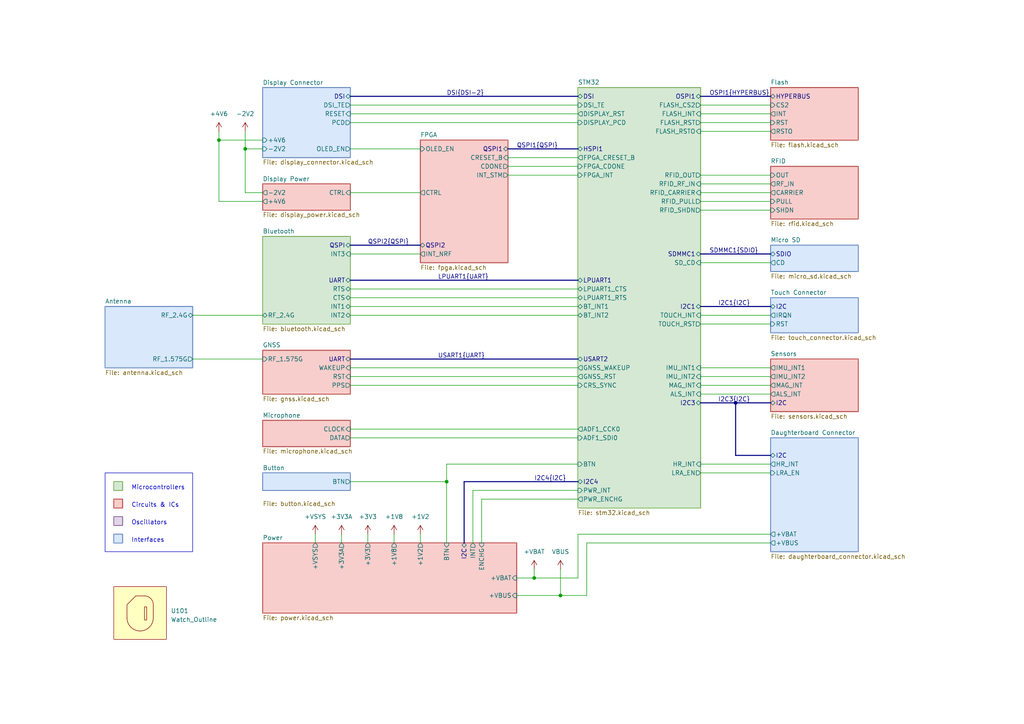
<source format=kicad_sch>
(kicad_sch (version 20230121) (generator eeschema)
  (paper "A4")
  (title_block (rev "1"))
  (lib_symbols
    (symbol "power:+1V2" (power) (pin_names (offset 0))
      (property "Value" "+1V2" (at 0 3.556 0))
      (symbol "+1V2_0_1"
        (polyline (pts (xy -0.762 1.27) (xy 0 2.54)))
        (polyline (pts (xy 0 0) (xy 0 2.54)))
        (polyline (pts (xy 0 2.54) (xy 0.762 1.27)))
      )
      (symbol "+1V2_1_1"
        (pin power_in line (at 0 0 90) (length 0) hide (name "+1V2") (number "1"))
      )
    )
    (symbol "power:+1V8" (power) (pin_names (offset 0))
      (property "Value" "+1V8" (at 0 3.556 0))
      (symbol "+1V8_0_1"
        (polyline (pts (xy -0.762 1.27) (xy 0 2.54)))
        (polyline (pts (xy 0 0) (xy 0 2.54)))
        (polyline (pts (xy 0 2.54) (xy 0.762 1.27)))
      )
      (symbol "+1V8_1_1"
        (pin power_in line (at 0 0 90) (length 0) hide (name "+1V8") (number "1"))
      )
    )
    (symbol "power:+3V3" (power) (pin_names (offset 0))
      (property "Value" "+3V3" (at 0 3.556 0))
      (symbol "+3V3_0_1"
        (polyline (pts (xy -0.762 1.27) (xy 0 2.54)))
        (polyline (pts (xy 0 0) (xy 0 2.54)))
        (polyline (pts (xy 0 2.54) (xy 0.762 1.27)))
      )
      (symbol "+3V3_1_1"
        (pin power_in line (at 0 0 90) (length 0) hide (name "+3V3") (number "1"))
      )
    )
    (symbol "power:VBUS" (power) (pin_names (offset 0))
      (property "Value" "VBUS" (at 0 3.81 0))
      (symbol "VBUS_0_1"
        (polyline (pts (xy -0.762 1.27) (xy 0 2.54)))
        (polyline (pts (xy 0 0) (xy 0 2.54)))
        (polyline (pts (xy 0 2.54) (xy 0.762 1.27)))
      )
      (symbol "VBUS_1_1"
        (pin power_in line (at 0 0 90) (length 0) hide (name "VBUS") (number "1"))
      )
    )
    (symbol "watch_symbols_lib:+3V3A" (power) (pin_names (offset 0))
      (property "Value" "+3V3A" (at 0 3.556 0))
      (symbol "+3V3A_0_1"
        (polyline (pts (xy -0.762 1.27) (xy 0 2.54)))
        (polyline (pts (xy 0 0) (xy 0 2.54)))
        (polyline (pts (xy 0 2.54) (xy 0.762 1.27)))
      )
      (symbol "+3V3A_1_1"
        (pin power_in line (at 0 0 90) (length 0) hide (name "+3V3A") (number "1"))
      )
    )
    (symbol "watch_symbols_lib:+4V6" (power) (pin_names (offset 0))
      (property "Value" "+4V6" (at 0 3.556 0))
      (symbol "+4V6_0_1"
        (polyline (pts (xy -0.762 1.27) (xy 0 2.54)))
        (polyline (pts (xy 0 0) (xy 0 2.54)))
        (polyline (pts (xy 0 2.54) (xy 0.762 1.27)))
      )
      (symbol "+4V6_1_1"
        (pin power_in line (at 0 0 90) (length 0) hide (name "+4V6") (number "1"))
      )
    )
    (symbol "watch_symbols_lib:+VBAT" (power) (pin_names (offset 0))
      (property "Value" "+VBAT" (at 0 3.556 0))
      (symbol "+VBAT_0_1"
        (polyline (pts (xy -0.762 1.27) (xy 0 2.54)))
        (polyline (pts (xy 0 0) (xy 0 2.54)))
        (polyline (pts (xy 0 2.54) (xy 0.762 1.27)))
      )
      (symbol "+VBAT_1_1"
        (pin power_in line (at 0 0 90) (length 0) hide (name "+VBAT") (number "1"))
      )
    )
    (symbol "watch_symbols_lib:+VSYS" (power) (pin_names (offset 0))
      (property "Value" "+VSYS" (at 0 3.556 0))
      (symbol "+VSYS_0_1"
        (polyline (pts (xy -0.762 1.27) (xy 0 2.54)))
        (polyline (pts (xy 0 0) (xy 0 2.54)))
        (polyline (pts (xy 0 2.54) (xy 0.762 1.27)))
      )
      (symbol "+VSYS_1_1"
        (pin power_in line (at 0 0 90) (length 0) hide (name "+VSYS") (number "1"))
      )
    )
    (symbol "watch_symbols_lib:-2V2" (power) (pin_names (offset 0))
      (property "Value" "-2V2" (at 0 3.556 0))
      (symbol "-2V2_0_1"
        (polyline (pts (xy -0.762 1.27) (xy 0 2.54)))
        (polyline (pts (xy 0 0) (xy 0 2.54)))
        (polyline (pts (xy 0 2.54) (xy 0.762 1.27)))
      )
      (symbol "-2V2_1_1"
        (pin power_in line (at 0 0 90) (length 0) hide (name "-2V2") (number "1"))
      )
    )
    (symbol "watch_symbols_lib:Watch_Outline" (pin_numbers hide) (pin_names (offset 0) hide) (in_bom no)
      (property "Reference" "U" (at 0 12.7 0))
      (property "Value" "Watch_Outline" (at 0 10.16 0))
      (symbol "Watch_Outline_1_1"
        (rectangle (start -7.62 7.62) (end 7.62 -7.62) (fill (type background)))
        (arc (start -3.81 -1.397) (mid -2.6941 -4.0911) (end 0 -5.207))
        (arc (start 0 -5.207) (mid 2.6941 -4.0911) (end 3.81 -1.397))
        (polyline (pts (xy -1.27 4.953) (xy 1.27 4.953)))
        (polyline (pts (xy 3.81 -1.397) (xy 3.81 -0.127)))
        (polyline (pts (xy 3.81 2.413) (xy 3.81 -0.127)))
        (polyline (pts (xy -1.27 4.953) (xy -3.81 2.413) (xy -3.81 -1.397)))
        (rectangle (start 1.27 1.778) (end 1.905 -2.032))
        (arc (start 3.818 2.421) (mid 3.0717 4.2147) (end 1.278 4.961))
      )
    )
  )
  (bus_alias "HYPERBUS" (members "CLKP" "CLKN" "DQS" "CS" "IO[0..7]"))
  (junction (at 213.36 116.84))
  (junction (at 71.12 43.18))
  (junction (at 154.94 167.64))
  (junction (at 129.54 139.7))
  (junction (at 162.56 172.72))
  (junction (at 63.5 40.64))
  (wire (pts (xy 71.12 55.88) (xy 76.2 55.88)))
  (bus (pts (xy 134.62 139.7) (xy 167.64 139.7)))
  (wire (pts (xy 99.06 154.94) (xy 99.06 157.48)))
  (wire (pts (xy 63.5 38.1) (xy 63.5 40.64)))
  (wire (pts (xy 154.94 167.64) (xy 149.86 167.64)))
  (wire (pts (xy 101.6 111.76) (xy 167.64 111.76)))
  (wire (pts (xy 203.2 53.34) (xy 223.52 53.34)))
  (bus (pts (xy 203.2 88.9) (xy 223.52 88.9)))
  (wire (pts (xy 203.2 33.02) (xy 223.52 33.02)))
  (bus (pts (xy 147.32 43.18) (xy 167.64 43.18)))
  (wire (pts (xy 203.2 114.3) (xy 223.52 114.3)))
  (wire (pts (xy 203.2 35.56) (xy 223.52 35.56)))
  (wire (pts (xy 63.5 40.64) (xy 76.2 40.64)))
  (wire (pts (xy 101.6 139.7) (xy 129.54 139.7)))
  (wire (pts (xy 203.2 30.48) (xy 223.52 30.48)))
  (wire (pts (xy 76.2 58.42) (xy 63.5 58.42)))
  (wire (pts (xy 203.2 58.42) (xy 223.52 58.42)))
  (wire (pts (xy 101.6 86.36) (xy 167.64 86.36)))
  (wire (pts (xy 167.64 154.94) (xy 223.52 154.94)))
  (wire (pts (xy 129.54 134.62) (xy 129.54 139.7)))
  (wire (pts (xy 91.44 154.94) (xy 91.44 157.48)))
  (wire (pts (xy 203.2 134.62) (xy 223.52 134.62)))
  (wire (pts (xy 55.88 104.14) (xy 76.2 104.14)))
  (wire (pts (xy 101.6 35.56) (xy 167.64 35.56)))
  (bus (pts (xy 101.6 71.12) (xy 121.92 71.12)))
  (wire (pts (xy 137.16 157.48) (xy 137.16 142.24)))
  (bus (pts (xy 101.6 27.94) (xy 167.64 27.94)))
  (wire (pts (xy 139.7 144.78) (xy 167.64 144.78)))
  (wire (pts (xy 101.6 83.82) (xy 167.64 83.82)))
  (wire (pts (xy 101.6 124.46) (xy 167.64 124.46)))
  (wire (pts (xy 101.6 109.22) (xy 167.64 109.22)))
  (wire (pts (xy 101.6 127) (xy 167.64 127)))
  (wire (pts (xy 154.94 165.1) (xy 154.94 167.64)))
  (wire (pts (xy 71.12 43.18) (xy 71.12 55.88)))
  (wire (pts (xy 114.3 154.94) (xy 114.3 157.48)))
  (bus (pts (xy 101.6 81.28) (xy 167.64 81.28)))
  (wire (pts (xy 203.2 111.76) (xy 223.52 111.76)))
  (wire (pts (xy 71.12 38.1) (xy 71.12 43.18)))
  (wire (pts (xy 101.6 106.68) (xy 167.64 106.68)))
  (wire (pts (xy 203.2 38.1) (xy 223.52 38.1)))
  (wire (pts (xy 101.6 55.88) (xy 121.92 55.88)))
  (bus (pts (xy 203.2 73.66) (xy 223.52 73.66)))
  (wire (pts (xy 167.64 154.94) (xy 167.64 167.64)))
  (bus (pts (xy 213.36 132.08) (xy 223.52 132.08)))
  (wire (pts (xy 121.92 154.94) (xy 121.92 157.48)))
  (wire (pts (xy 55.88 91.44) (xy 76.2 91.44)))
  (wire (pts (xy 76.2 43.18) (xy 71.12 43.18)))
  (wire (pts (xy 203.2 60.96) (xy 223.52 60.96)))
  (wire (pts (xy 101.6 30.48) (xy 167.64 30.48)))
  (wire (pts (xy 203.2 109.22) (xy 223.52 109.22)))
  (wire (pts (xy 203.2 76.2) (xy 223.52 76.2)))
  (bus (pts (xy 203.2 116.84) (xy 213.36 116.84)))
  (wire (pts (xy 203.2 55.88) (xy 223.52 55.88)))
  (bus (pts (xy 101.6 104.14) (xy 167.64 104.14)))
  (wire (pts (xy 170.18 157.48) (xy 170.18 172.72)))
  (wire (pts (xy 139.7 157.48) (xy 139.7 144.78)))
  (wire (pts (xy 101.6 43.18) (xy 121.92 43.18)))
  (bus (pts (xy 134.62 139.7) (xy 134.62 157.48)))
  (wire (pts (xy 137.16 142.24) (xy 167.64 142.24)))
  (wire (pts (xy 101.6 33.02) (xy 167.64 33.02)))
  (wire (pts (xy 106.68 154.94) (xy 106.68 157.48)))
  (wire (pts (xy 162.56 172.72) (xy 149.86 172.72)))
  (wire (pts (xy 203.2 91.44) (xy 223.52 91.44)))
  (wire (pts (xy 129.54 134.62) (xy 167.64 134.62)))
  (bus (pts (xy 213.36 116.84) (xy 213.36 132.08)))
  (wire (pts (xy 147.32 48.26) (xy 167.64 48.26)))
  (wire (pts (xy 203.2 106.68) (xy 223.52 106.68)))
  (bus (pts (xy 203.2 27.94) (xy 223.52 27.94)))
  (wire (pts (xy 101.6 73.66) (xy 121.92 73.66)))
  (wire (pts (xy 203.2 93.98) (xy 223.52 93.98)))
  (wire (pts (xy 167.64 167.64) (xy 154.94 167.64)))
  (wire (pts (xy 170.18 172.72) (xy 162.56 172.72)))
  (wire (pts (xy 170.18 157.48) (xy 223.52 157.48)))
  (wire (pts (xy 203.2 50.8) (xy 223.52 50.8)))
  (wire (pts (xy 203.2 137.16) (xy 223.52 137.16)))
  (wire (pts (xy 162.56 165.1) (xy 162.56 172.72)))
  (wire (pts (xy 147.32 45.72) (xy 167.64 45.72)))
  (wire (pts (xy 147.32 50.8) (xy 167.64 50.8)))
  (wire (pts (xy 63.5 58.42) (xy 63.5 40.64)))
  (wire (pts (xy 101.6 91.44) (xy 167.64 91.44)))
  (wire (pts (xy 101.6 88.9) (xy 167.64 88.9)))
  (wire (pts (xy 129.54 139.7) (xy 129.54 157.48)))
  (bus (pts (xy 213.36 116.84) (xy 223.52 116.84)))
  (rectangle (start 33.02 149.86) (end 35.56 152.4) (stroke (width 0.3048) (color 150 115 166 1)) (fill (type color) (color 225 213 231 1)))
  (rectangle (start 33.02 144.78) (end 35.56 147.32) (stroke (width 0.3048) (color 184 84 80 1)) (fill (type color) (color 248 206 204 1)))
  (rectangle (start 30.48 137.16) (end 55.88 160.02))
  (rectangle (start 33.02 154.94) (end 35.56 157.48) (stroke (width 0.3048) (color 108 142 191 1)) (fill (type color) (color 218 232 252 1)))
  (rectangle (start 33.02 139.7) (end 35.56 142.24) (stroke (width 0.3048) (color 130 179 102 1)) (fill (type color) (color 213 232 212 1)))
  (text "Interfaces" (at 38.1 157.48 0) (effects (font (size 1.27 1.27)) (justify left bottom)))
  (text "Circuits & ICs" (at 38.1 147.32 0) (effects (font (size 1.27 1.27)) (justify left bottom)))
  (text "Oscillators" (at 38.1 152.4 0) (effects (font (size 1.27 1.27)) (justify left bottom)))
  (text "Microcontrollers" (at 38.1 142.24 0) (effects (font (size 1.27 1.27)) (justify left bottom)))
  (label "QSPI1{QSPI}" (at 149.86 43.18 0))
  (label "SDMMC1{SDIO}" (at 205.74 73.66 0))
  (label "DSI{DSI-2}" (at 129.54 27.94 0))
  (label "OSPI1{HYPERBUS}" (at 205.74 27.94 0))
  (label "I2C3{I2C}" (at 208.28 116.84 0))
  (label "I2C1{I2C}" (at 208.28 88.9 0))
  (label "LPUART1{UART}" (at 127 81.28 0))
  (label "QSPI2{QSPI}" (at 106.68 71.12 0))
  (label "USART1{UART}" (at 127 104.14 0))
  (label "I2C4{I2C}" (at 154.94 139.7 0))
  (symbol (lib_id "power:VBUS") (at 162.56 165.1 0) (unit 1)
    (property "Reference" "#PWR0109" (effects hide))
    (property "Value" "VBUS" (at 162.56 160.02 0))
  )
  (symbol (lib_id "power:+1V8") (at 114.3 154.94 0) (unit 1)
    (property "Reference" "#PWR0106" (effects hide))
    (property "Value" "+1V8" (at 114.3 149.86 0))
  )
  (symbol (lib_id "watch_symbols_lib:Watch_Outline") (at 40.64 177.8 0) (unit 1) (in_bom no)
    (property "Reference" "U101" (at 49.53 177.165 0) (effects (justify left)))
    (property "Value" "Watch_Outline" (at 49.53 179.705 0) (effects (justify left)))
    (property "Footprint" "watch_footprints:Watch Outline V1" (effects hide))
    (property "Sim.Enable" "0" (effects hide))
  )
  (symbol (lib_id "watch_symbols_lib:+3V3A") (at 99.06 154.94 0) (unit 1)
    (property "Reference" "#PWR0104" (effects hide))
    (property "Value" "+3V3A" (at 99.06 149.86 0))
  )
  (symbol (lib_id "power:+1V2") (at 121.92 154.94 0) (unit 1)
    (property "Reference" "#PWR0107" (effects hide))
    (property "Value" "+1V2" (at 121.92 149.86 0))
  )
  (symbol (lib_id "watch_symbols_lib:+VSYS") (at 91.44 154.94 0) (unit 1)
    (property "Reference" "#PWR0103" (effects hide))
    (property "Value" "+VSYS" (at 91.44 149.86 0))
  )
  (symbol (lib_id "watch_symbols_lib:-2V2") (at 71.12 38.1 0) (unit 1)
    (property "Reference" "#PWR0102" (effects hide))
    (property "Value" "-2V2" (at 71.12 33.02 0))
  )
  (symbol (lib_id "watch_symbols_lib:+4V6") (at 63.5 38.1 0) (unit 1)
    (property "Reference" "#PWR0101" (effects hide))
    (property "Value" "+4V6" (at 63.5 33.02 0))
  )
  (symbol (lib_id "power:+3V3") (at 106.68 154.94 0) (unit 1)
    (property "Reference" "#PWR0105" (effects hide))
    (property "Value" "+3V3" (at 106.68 149.86 0))
  )
  (symbol (lib_id "watch_symbols_lib:+VBAT") (at 154.94 165.1 0) (unit 1)
    (property "Reference" "#PWR0108" (effects hide))
    (property "Value" "+VBAT" (at 154.94 160.02 0))
  )
  (sheet (at 76.2 137.16) (size 25.4 5.08) (stroke (width 0.3048) (color 108 142 191 1)) (fill (color 218 232 252 1.0000))
    (property "Sheetname" "Button" (at 76.2 136.4484 0) (effects (justify left bottom)))
    (property "Sheetfile" "button.kicad_sch" (at 76.2 145.3646 0) (effects (justify left top)))
    (pin "BTN" output (at 101.6 139.7 0))
  )
  (sheet (at 223.52 25.4) (size 25.4 15.24) (stroke (width 0.3048) (color 184 84 80 1)) (fill (color 248 206 204 1.0000))
    (property "Sheetname" "Flash" (at 223.52 24.6122 0) (effects (justify left bottom)))
    (property "Sheetfile" "flash.kicad_sch" (at 223.52 41.3008 0) (effects (justify left top)))
    (pin "HYPERBUS" bidirectional (at 223.52 27.94 180))
    (pin "CS2" input (at 223.52 30.48 180))
    (pin "INT" output (at 223.52 33.02 180))
    (pin "RST" input (at 223.52 35.56 180))
    (pin "RSTO" output (at 223.52 38.1 180))
  )
  (sheet (at 76.2 53.34) (size 25.4 7.62) (stroke (width 0.3048) (color 184 84 80 1)) (fill (color 248 206 204 1.0000))
    (property "Sheetname" "Display Power" (at 76.2 52.6284 0) (effects (justify left bottom)))
    (property "Sheetfile" "display_power.kicad_sch" (at 76.2 61.5446 0) (effects (justify left top)))
    (pin "CTRL" input (at 101.6 55.88 0))
    (pin "-2V2" output (at 76.2 55.88 180))
    (pin "+4V6" output (at 76.2 58.42 180))
  )
  (sheet (at 223.52 86.36) (size 25.4 10.16) (stroke (width 0.3048) (color 108 142 191 1)) (fill (color 218 232 252 1.0000))
    (property "Sheetname" "Touch Connector" (at 223.52 85.5722 0) (effects (justify left bottom)))
    (property "Sheetfile" "touch_connector.kicad_sch" (at 223.52 97.1808 0) (effects (justify left top)))
    (pin "I2C" bidirectional (at 223.52 88.9 180))
    (pin "IRQN" output (at 223.52 91.44 180))
    (pin "RST" input (at 223.52 93.98 180))
  )
  (sheet (at 76.2 68.58) (size 25.4 25.4) (stroke (width 0.3048) (color 130 179 102 1)) (fill (color 213 232 212 1.0000))
    (property "Sheetname" "Bluetooth" (at 76.2 67.7922 0) (effects (justify left bottom)))
    (property "Sheetfile" "bluetooth.kicad_sch" (at 76.2 94.6408 0) (effects (justify left top)))
    (pin "QSPI" bidirectional (at 101.6 71.12 0))
    (pin "UART" bidirectional (at 101.6 81.28 0))
    (pin "RF_2.4G" bidirectional (at 76.2 91.44 180))
    (pin "CTS" bidirectional (at 101.6 86.36 0))
    (pin "RTS" bidirectional (at 101.6 83.82 0))
    (pin "INT1" bidirectional (at 101.6 88.9 0))
    (pin "INT2" bidirectional (at 101.6 91.44 0))
    (pin "INT3" input (at 101.6 73.66 0))
  )
  (sheet (at 223.52 104.14) (size 25.4 15.24) (stroke (width 0.3048) (color 184 84 80 1)) (fill (color 248 206 204 1.0000))
    (property "Sheetname" "Sensors" (at 223.52 103.3522 0) (effects (justify left bottom)))
    (property "Sheetfile" "sensors.kicad_sch" (at 223.52 120.0408 0) (effects (justify left top)))
    (pin "IMU_INT1" output (at 223.52 106.68 180))
    (pin "IMU_INT2" output (at 223.52 109.22 180))
    (pin "MAG_INT" output (at 223.52 111.76 180))
    (pin "I2C" bidirectional (at 223.52 116.84 180))
    (pin "ALS_INT" output (at 223.52 114.3 180))
  )
  (sheet (at 76.2 101.6) (size 25.4 12.7) (stroke (width 0.3048) (color 184 84 80 1)) (fill (color 248 206 204 1.0000))
    (property "Sheetname" "GNSS" (at 76.2 100.8122 0) (effects (justify left bottom)))
    (property "Sheetfile" "gnss.kicad_sch" (at 76.2 114.9608 0) (effects (justify left top)))
    (pin "UART" bidirectional (at 101.6 104.14 0))
    (pin "WAKEUP" input (at 101.6 106.68 0))
    (pin "RST" input (at 101.6 109.22 0))
    (pin "PPS" output (at 101.6 111.76 0))
    (pin "RF_1.575G" input (at 76.2 104.14 180))
  )
  (sheet (at 121.92 40.64) (size 25.4 35.56) (stroke (width 0.3048) (color 184 84 80 1)) (fill (color 248 206 204 1.0000))
    (property "Sheetname" "FPGA" (at 121.92 39.8522 0) (effects (justify left bottom)))
    (property "Sheetfile" "fpga.kicad_sch" (at 121.92 76.8608 0) (effects (justify left top)))
    (pin "QSPI1" bidirectional (at 147.32 43.18 0))
    (pin "QSPI2" bidirectional (at 121.92 71.12 180))
    (pin "CTRL" output (at 121.92 55.88 180))
    (pin "OLED_EN" input (at 121.92 43.18 180))
    (pin "CDONE" output (at 147.32 48.26 0))
    (pin "CRESET_B" input (at 147.32 45.72 0))
    (pin "INT_STM" output (at 147.32 50.8 0))
    (pin "INT_NRF" output (at 121.92 73.66 180))
  )
  (sheet (at 167.64 25.4) (size 35.56 121.92) (stroke (width 0.3048) (color 130 179 102 1)) (fill (color 213 232 212 1.0000))
    (property "Sheetname" "STM32" (at 167.64 24.6122 0) (effects (justify left bottom)))
    (property "Sheetfile" "stm32.kicad_sch" (at 167.64 147.9808 0) (effects (justify left top)))
    (pin "DSI" bidirectional (at 167.64 27.94 180))
    (pin "LPUART1" bidirectional (at 167.64 81.28 180))
    (pin "HSPI1" bidirectional (at 167.64 43.18 180))
    (pin "OSPI1" bidirectional (at 203.2 27.94 0))
    (pin "SDMMC1" bidirectional (at 203.2 73.66 0))
    (pin "BTN" input (at 167.64 134.62 180))
    (pin "IMU_INT1" input (at 203.2 106.68 0))
    (pin "IMU_INT2" input (at 203.2 109.22 0))
    (pin "I2C4" bidirectional (at 167.64 139.7 180))
    (pin "SD_CD" input (at 203.2 76.2 0))
    (pin "GNSS_WAKEUP" output (at 167.64 106.68 180))
    (pin "GNSS_RST" output (at 167.64 109.22 180))
    (pin "CRS_SYNC" input (at 167.64 111.76 180))
    (pin "DSI_TE" input (at 167.64 30.48 180))
    (pin "DISPLAY_PCD" input (at 167.64 35.56 180))
    (pin "DISPLAY_RST" output (at 167.64 33.02 180))
    (pin "FPGA_CRESET_B" output (at 167.64 45.72 180))
    (pin "FPGA_CDONE" input (at 167.64 48.26 180))
    (pin "FPGA_INT" input (at 167.64 50.8 180))
    (pin "PWR_INT" input (at 167.64 142.24 180))
    (pin "FLASH_CS2" output (at 203.2 30.48 0))
    (pin "FLASH_RST" output (at 203.2 35.56 0))
    (pin "FLASH_INT" input (at 203.2 33.02 0))
    (pin "RFID_SHDN" output (at 203.2 60.96 0))
    (pin "RFID_OUT" output (at 203.2 50.8 0))
    (pin "RFID_PULL" output (at 203.2 58.42 0))
    (pin "RFID_CARRIER" input (at 203.2 55.88 0))
    (pin "RFID_RF_IN" input (at 203.2 53.34 0))
    (pin "I2C1" bidirectional (at 203.2 88.9 0))
    (pin "TOUCH_RST" output (at 203.2 93.98 0))
    (pin "TOUCH_INT" input (at 203.2 91.44 0))
    (pin "I2C3" bidirectional (at 203.2 116.84 0))
    (pin "USART2" bidirectional (at 167.64 104.14 180))
    (pin "HR_INT" input (at 203.2 134.62 0))
    (pin "LPUART1_RTS" bidirectional (at 167.64 86.36 180))
    (pin "LPUART1_CTS" bidirectional (at 167.64 83.82 180))
    (pin "FLASH_RSTO" input (at 203.2 38.1 0))
    (pin "BT_INT1" bidirectional (at 167.64 88.9 180))
    (pin "BT_INT2" bidirectional (at 167.64 91.44 180))
    (pin "MAG_INT" input (at 203.2 111.76 0))
    (pin "ALS_INT" input (at 203.2 114.3 0))
    (pin "LRA_EN" output (at 203.2 137.16 0))
    (pin "ADF1_SDI0" input (at 167.64 127 180))
    (pin "ADF1_CCK0" output (at 167.64 124.46 180))
    (pin "PWR_ENCHG" output (at 167.64 144.78 180))
  )
  (sheet (at 76.2 157.48) (size 73.66 20.32) (stroke (width 0.3048) (color 184 84 80 1)) (fill (color 248 206 204 1.0000))
    (property "Sheetname" "Power" (at 76.2 156.6922 0) (effects (justify left bottom)))
    (property "Sheetfile" "power.kicad_sch" (at 76.2 178.4608 0) (effects (justify left top)))
    (pin "+1V8" output (at 114.3 157.48 90))
    (pin "BTN" input (at 129.54 157.48 90))
    (pin "+VBUS" input (at 149.86 172.72 0))
    (pin "+VSYS" output (at 91.44 157.48 90))
    (pin "+VBAT" input (at 149.86 167.64 0))
    (pin "+1V2" output (at 121.92 157.48 90))
    (pin "I2C" bidirectional (at 134.62 157.48 90))
    (pin "+3V3" output (at 106.68 157.48 90))
    (pin "+3V3A" output (at 99.06 157.48 90))
    (pin "INT" output (at 137.16 157.48 90))
    (pin "ENCHG" input (at 139.7 157.48 90))
  )
  (sheet (at 76.2 121.92) (size 25.4 7.62) (stroke (width 0.3048) (color 184 84 80 1)) (fill (color 248 206 204 1.0000))
    (property "Sheetname" "Microphone" (at 76.2 121.2084 0) (effects (justify left bottom)))
    (property "Sheetfile" "microphone.kicad_sch" (at 76.2 130.1246 0) (effects (justify left top)))
    (pin "DATA" output (at 101.6 127 0))
    (pin "CLOCK" input (at 101.6 124.46 0))
  )
  (sheet (at 223.52 127) (size 25.4 33.02) (stroke (width 0.3048) (color 108 142 191 1)) (fill (color 218 232 252 1.0000))
    (property "Sheetname" "Daughterboard Connector" (at 223.52 126.2122 0) (effects (justify left bottom)))
    (property "Sheetfile" "daughterboard_connector.kicad_sch" (at 223.52 160.6808 0) (effects (justify left top)))
    (pin "+VBAT" output (at 223.52 154.94 180))
    (pin "+VBUS" output (at 223.52 157.48 180))
    (pin "I2C" bidirectional (at 223.52 132.08 180))
    (pin "HR_INT" output (at 223.52 134.62 180))
    (pin "LRA_EN" input (at 223.52 137.16 180))
  )
  (sheet (at 30.48 88.9) (size 25.4 17.78) (stroke (width 0.3048) (color 108 142 191 1)) (fill (color 218 232 252 1.0000))
    (property "Sheetname" "Antenna" (at 30.48 88.1122 0) (effects (justify left bottom)))
    (property "Sheetfile" "antenna.kicad_sch" (at 30.48 107.3408 0) (effects (justify left top)))
    (pin "RF_1.575G" output (at 55.88 104.14 0))
    (pin "RF_2.4G" bidirectional (at 55.88 91.44 0))
  )
  (sheet (at 223.52 71.12) (size 25.4 7.62) (stroke (width 0.3048) (color 108 142 191 1)) (fill (color 218 232 252 1.0000))
    (property "Sheetname" "Micro SD" (at 223.52 70.3322 0) (effects (justify left bottom)))
    (property "Sheetfile" "micro_sd.kicad_sch" (at 223.52 79.4008 0) (effects (justify left top)))
    (pin "SDIO" bidirectional (at 223.52 73.66 180))
    (pin "CD" output (at 223.52 76.2 180))
  )
  (sheet (at 76.2 25.4) (size 25.4 20.32) (stroke (width 0.3048) (color 108 142 191 1)) (fill (color 218 232 252 1.0000))
    (property "Sheetname" "Display Connector" (at 76.2 24.6884 0) (effects (justify left bottom)))
    (property "Sheetfile" "display_connector.kicad_sch" (at 76.2 46.3046 0) (effects (justify left top)))
    (pin "DSI" bidirectional (at 101.6 27.94 0))
    (pin "OLED_EN" output (at 101.6 43.18 0))
    (pin "+4V6" input (at 76.2 40.64 180))
    (pin "-2V2" input (at 76.2 43.18 180))
    (pin "PCD" output (at 101.6 35.56 0))
    (pin "DSI_TE" output (at 101.6 30.48 0))
    (pin "RESET" input (at 101.6 33.02 0))
  )
  (sheet (at 223.52 48.26) (size 25.4 15.24) (stroke (width 0.3048) (color 184 84 80 1)) (fill (color 248 206 204 1.0000))
    (property "Sheetname" "RFID" (at 223.52 47.4722 0) (effects (justify left bottom)))
    (property "Sheetfile" "rfid.kicad_sch" (at 223.52 64.1608 0) (effects (justify left top)))
    (pin "SHDN" input (at 223.52 60.96 180))
    (pin "RF_IN" output (at 223.52 53.34 180))
    (pin "PULL" input (at 223.52 58.42 180))
    (pin "CARRIER" output (at 223.52 55.88 180))
    (pin "OUT" input (at 223.52 50.8 180))
  )
)
</source>
